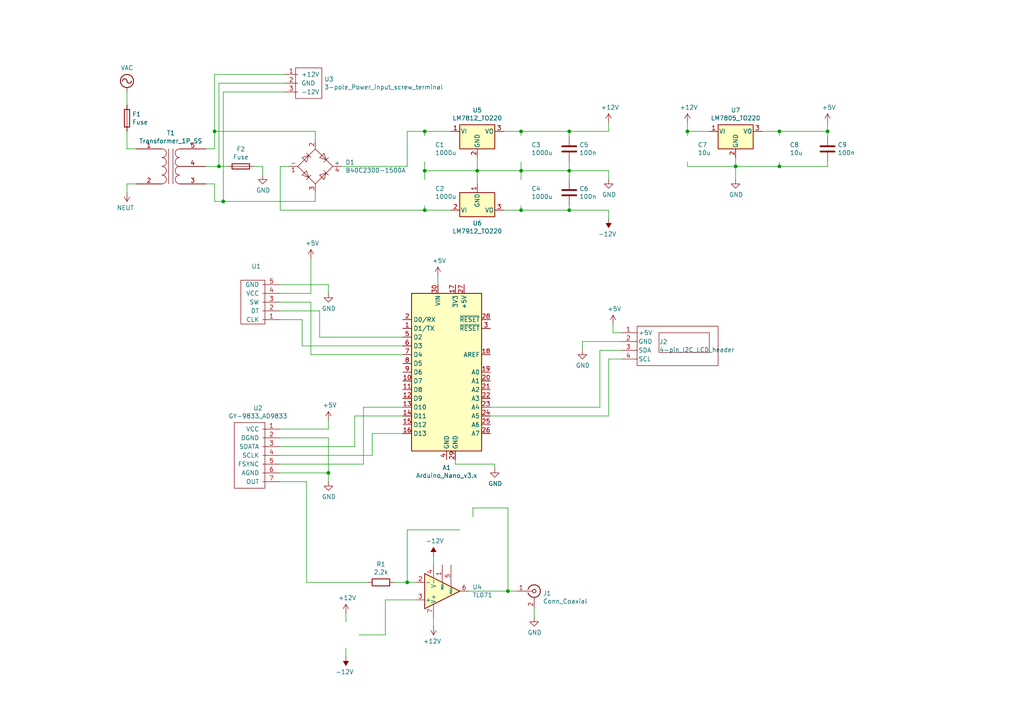
<source format=kicad_sch>
(kicad_sch (version 20211123) (generator eeschema)
  (paper "A4")
  (lib_symbols
    (symbol "Amplifier_Operational:TL071" (pin_names (offset 0.127))
      (property "Reference" "U" (at 0 6.35 0))
      (property "Value" "TL071" (at 0 3.81 0))
      (symbol "TL071_0_1"
        (polyline (pts (xy -5.08 5.08) (xy 5.08 0) (xy -5.08 -5.08) (xy -5.08 5.08)) (stroke (width 0.254)) (fill (type background)))
      )
      (symbol "TL071_1_1"
        (pin input line (at 0 -7.62 90) (length 5.08) (name "NULL") (number "1"))
        (pin input line (at -7.62 -2.54 0) (length 2.54) (name "-") (number "2"))
        (pin input line (at -7.62 2.54 0) (length 2.54) (name "+") (number "3"))
        (pin power_in line (at -2.54 -7.62 90) (length 3.81) (name "V-") (number "4"))
        (pin input line (at 2.54 -7.62 90) (length 6.35) (name "NULL") (number "5"))
        (pin output line (at 7.62 0 180) (length 2.54) (name "~") (number "6"))
        (pin power_in line (at -2.54 7.62 270) (length 3.81) (name "V+") (number "7"))
        (pin no_connect line (at 0 2.54 270) (length 2.54) hide (name "NC") (number "8"))
      )
    )
    (symbol "Connector:Conn_Coaxial" (pin_names (offset 1.016) hide)
      (property "Reference" "J" (at 0.254 3.048 0))
      (property "Value" "Conn_Coaxial" (at 2.921 0 90))
      (symbol "Conn_Coaxial_0_1"
        (arc (start -1.778 -0.508) (mid 0.2311 -1.8066) (end 1.778 0) (stroke (width 0.254)))
        (polyline (pts (xy -2.54 0) (xy -0.508 0)))
        (polyline (pts (xy 0 -2.54) (xy 0 -1.778)))
        (circle (center 0 0) (radius 0.508) (stroke (width 0.2032)))
        (arc (start 1.778 0) (mid 0.2099 1.8101) (end -1.778 0.508) (stroke (width 0.254)))
      )
      (symbol "Conn_Coaxial_1_1"
        (pin passive line (at -5.08 0 0) (length 2.54) (name "In") (number "1"))
        (pin passive line (at 0 -5.08 90) (length 2.54) (name "Ext") (number "2"))
      )
    )
    (symbol "Device:C" (pin_numbers hide) (pin_names (offset 0.254))
      (property "Reference" "C" (at 0.635 2.54 0))
      (property "Value" "C" (at 0.635 -2.54 0))
      (symbol "C_0_1"
        (polyline (pts (xy -2.032 -0.762) (xy 2.032 -0.762)) (stroke (width 0.508)))
        (polyline (pts (xy -2.032 0.762) (xy 2.032 0.762)) (stroke (width 0.508)))
      )
      (symbol "C_1_1"
        (pin passive line (at 0 3.81 270) (length 2.794) (name "~") (number "1"))
        (pin passive line (at 0 -3.81 90) (length 2.794) (name "~") (number "2"))
      )
    )
    (symbol "Device:Fuse" (pin_numbers hide) (pin_names (offset 0))
      (property "Reference" "F" (at 2.032 0 90))
      (property "Value" "Fuse" (at -1.905 0 90))
      (symbol "Fuse_0_1"
        (rectangle (start -0.762 -2.54) (end 0.762 2.54) (stroke (width 0.254)))
        (polyline (pts (xy 0 2.54) (xy 0 -2.54)))
      )
      (symbol "Fuse_1_1"
        (pin passive line (at 0 3.81 270) (length 1.27) (name "~") (number "1"))
        (pin passive line (at 0 -3.81 90) (length 1.27) (name "~") (number "2"))
      )
    )
    (symbol "Device:R" (pin_numbers hide) (pin_names (offset 0))
      (property "Reference" "R" (at 2.032 0 90))
      (property "Value" "R" (at 0 0 90))
      (symbol "R_0_1"
        (rectangle (start -1.016 -2.54) (end 1.016 2.54) (stroke (width 0.254)))
      )
      (symbol "R_1_1"
        (pin passive line (at 0 3.81 270) (length 1.27) (name "~") (number "1"))
        (pin passive line (at 0 -3.81 90) (length 1.27) (name "~") (number "2"))
      )
    )
    (symbol "Device:Transformer_1P_SS" (pin_names (offset 1.016) hide)
      (property "Reference" "T" (at 0 6.35 0))
      (property "Value" "Transformer_1P_SS" (at 0 -7.62 0))
      (symbol "Transformer_1P_SS_0_1"
        (arc (start -2.54 -5.0546) (mid -1.6599 -4.6901) (end -1.27 -3.81))
        (arc (start -2.54 -2.5146) (mid -1.6599 -2.1501) (end -1.27 -1.27))
        (arc (start -2.54 0.0254) (mid -1.6599 0.3899) (end -1.27 1.27))
        (arc (start -2.54 2.5654) (mid -1.6599 2.9299) (end -1.27 3.81))
        (arc (start -1.27 -3.81) (mid -1.642 -2.912) (end -2.54 -2.54))
        (arc (start -1.27 -1.27) (mid -1.642 -0.372) (end -2.54 0))
        (arc (start -1.27 1.27) (mid -1.642 2.168) (end -2.54 2.54))
        (arc (start -1.27 3.81) (mid -1.642 4.708) (end -2.54 5.08))
        (polyline (pts (xy -0.635 5.08) (xy -0.635 -5.08)))
        (polyline (pts (xy 0.635 -5.08) (xy 0.635 5.08)))
        (arc (start 1.2954 -1.27) (mid 1.6599 -2.1501) (end 2.54 -2.5146))
        (arc (start 1.2954 1.27) (mid 1.6599 0.3899) (end 2.54 0.0254))
        (arc (start 1.2954 3.81) (mid 1.6599 2.9299) (end 2.54 2.5654))
        (arc (start 1.3208 -3.81) (mid 1.6853 -4.6901) (end 2.5654 -5.0546))
        (arc (start 2.54 0) (mid 1.642 -0.372) (end 1.2954 -1.27))
        (arc (start 2.54 2.54) (mid 1.642 2.168) (end 1.2954 1.27))
        (arc (start 2.54 5.08) (mid 1.642 4.708) (end 1.2954 3.81))
        (arc (start 2.5654 -2.54) (mid 1.6674 -2.912) (end 1.3208 -3.81))
      )
      (symbol "Transformer_1P_SS_1_1"
        (pin passive line (at -10.16 5.08 0) (length 7.62) (name "AA") (number "1"))
        (pin passive line (at -10.16 -5.08 0) (length 7.62) (name "AB") (number "2"))
        (pin passive line (at 10.16 -5.08 180) (length 7.62) (name "SA") (number "3"))
        (pin passive line (at 10.16 0 180) (length 7.62) (name "SC") (number "4"))
        (pin passive line (at 10.16 5.08 180) (length 7.62) (name "SB") (number "5"))
      )
    )
    (symbol "Diode_Bridge:B40C2300-1500A" (pin_names (offset 0))
      (property "Reference" "D" (at 2.54 6.985 0))
      (property "Value" "B40C2300-1500A" (at 2.54 5.08 0))
      (symbol "B40C2300-1500A_0_1"
        (polyline (pts (xy -2.54 3.81) (xy -1.27 2.54)))
        (polyline (pts (xy -1.27 -2.54) (xy -2.54 -3.81)))
        (polyline (pts (xy 2.54 -1.27) (xy 3.81 -2.54)))
        (polyline (pts (xy 2.54 1.27) (xy 3.81 2.54)))
        (polyline (pts (xy -3.81 2.54) (xy -2.54 1.27) (xy -1.905 3.175) (xy -3.81 2.54)))
        (polyline (pts (xy -2.54 -1.27) (xy -3.81 -2.54) (xy -1.905 -3.175) (xy -2.54 -1.27)))
        (polyline (pts (xy 1.27 2.54) (xy 2.54 3.81) (xy 3.175 1.905) (xy 1.27 2.54)))
        (polyline (pts (xy 3.175 -1.905) (xy 1.27 -2.54) (xy 2.54 -3.81) (xy 3.175 -1.905)))
        (polyline (pts (xy -5.08 0) (xy 0 -5.08) (xy 5.08 0) (xy 0 5.08) (xy -5.08 0)))
      )
      (symbol "B40C2300-1500A_1_1"
        (pin passive line (at -7.62 0 0) (length 2.54) (name "-") (number "1"))
        (pin passive line (at 0 7.62 270) (length 2.54) (name "~") (number "2"))
        (pin passive line (at 0 -7.62 90) (length 2.54) (name "~") (number "3"))
        (pin passive line (at 7.62 0 180) (length 2.54) (name "+") (number "4"))
      )
    )
    (symbol "MCU_Module:Arduino_Nano_v3.x"
      (property "Reference" "A" (at -10.16 23.495 0))
      (property "Value" "Arduino_Nano_v3.x" (at 5.08 -24.13 0))
      (symbol "Arduino_Nano_v3.x_0_1"
        (rectangle (start -10.16 22.86) (end 10.16 -22.86) (stroke (width 0.254)) (fill (type background)))
      )
      (symbol "Arduino_Nano_v3.x_1_1"
        (pin bidirectional line (at -12.7 12.7 0) (length 2.54) (name "D1/TX") (number "1"))
        (pin bidirectional line (at -12.7 -2.54 0) (length 2.54) (name "D7") (number "10"))
        (pin bidirectional line (at -12.7 -5.08 0) (length 2.54) (name "D8") (number "11"))
        (pin bidirectional line (at -12.7 -7.62 0) (length 2.54) (name "D9") (number "12"))
        (pin bidirectional line (at -12.7 -10.16 0) (length 2.54) (name "D10") (number "13"))
        (pin bidirectional line (at -12.7 -12.7 0) (length 2.54) (name "D11") (number "14"))
        (pin bidirectional line (at -12.7 -15.24 0) (length 2.54) (name "D12") (number "15"))
        (pin bidirectional line (at -12.7 -17.78 0) (length 2.54) (name "D13") (number "16"))
        (pin power_out line (at 2.54 25.4 270) (length 2.54) (name "3V3") (number "17"))
        (pin input line (at 12.7 5.08 180) (length 2.54) (name "AREF") (number "18"))
        (pin bidirectional line (at 12.7 0 180) (length 2.54) (name "A0") (number "19"))
        (pin bidirectional line (at -12.7 15.24 0) (length 2.54) (name "D0/RX") (number "2"))
        (pin bidirectional line (at 12.7 -2.54 180) (length 2.54) (name "A1") (number "20"))
        (pin bidirectional line (at 12.7 -5.08 180) (length 2.54) (name "A2") (number "21"))
        (pin bidirectional line (at 12.7 -7.62 180) (length 2.54) (name "A3") (number "22"))
        (pin bidirectional line (at 12.7 -10.16 180) (length 2.54) (name "A4") (number "23"))
        (pin bidirectional line (at 12.7 -12.7 180) (length 2.54) (name "A5") (number "24"))
        (pin bidirectional line (at 12.7 -15.24 180) (length 2.54) (name "A6") (number "25"))
        (pin bidirectional line (at 12.7 -17.78 180) (length 2.54) (name "A7") (number "26"))
        (pin power_out line (at 5.08 25.4 270) (length 2.54) (name "+5V") (number "27"))
        (pin input line (at 12.7 15.24 180) (length 2.54) (name "~{RESET}") (number "28"))
        (pin power_in line (at 2.54 -25.4 90) (length 2.54) (name "GND") (number "29"))
        (pin input line (at 12.7 12.7 180) (length 2.54) (name "~{RESET}") (number "3"))
        (pin power_in line (at -2.54 25.4 270) (length 2.54) (name "VIN") (number "30"))
        (pin power_in line (at 0 -25.4 90) (length 2.54) (name "GND") (number "4"))
        (pin bidirectional line (at -12.7 10.16 0) (length 2.54) (name "D2") (number "5"))
        (pin bidirectional line (at -12.7 7.62 0) (length 2.54) (name "D3") (number "6"))
        (pin bidirectional line (at -12.7 5.08 0) (length 2.54) (name "D4") (number "7"))
        (pin bidirectional line (at -12.7 2.54 0) (length 2.54) (name "D5") (number "8"))
        (pin bidirectional line (at -12.7 0 0) (length 2.54) (name "D6") (number "9"))
      )
    )
    (symbol "My_Headers:4-pin_I2C_LCD_header" (pin_names (offset 1.016))
      (property "Reference" "J" (at 0 5.715 0))
      (property "Value" "4-pin_I2C_LCD_header" (at 0 -8.255 0))
      (symbol "4-pin_I2C_LCD_header_0_1"
        (polyline (pts (xy -0.635 4.445) (xy 22.86 4.445) (xy 22.86 -6.985) (xy -0.635 -6.985) (xy -0.635 4.445)) (stroke (width 0.1524)))
        (polyline (pts (xy 5.715 2.54) (xy 5.715 -3.175) (xy 20.32 -3.175) (xy 20.32 2.54) (xy 5.715 2.54)) (stroke (width 0.1524)))
      )
      (symbol "4-pin_I2C_LCD_header_1_1"
        (polyline (pts (xy -1.27 -5.08) (xy -0.508 -5.08)) (stroke (width 0.1524)))
        (polyline (pts (xy -1.27 -2.54) (xy -0.508 -2.54)) (stroke (width 0.1524)))
        (polyline (pts (xy -1.27 0) (xy -0.508 0)) (stroke (width 0.1524)))
        (polyline (pts (xy -1.27 2.54) (xy -0.508 2.54)) (stroke (width 0.1524)))
        (pin power_in line (at -5.08 2.54 0) (length 3.81) (name "+5V") (number "1"))
        (pin power_in line (at -5.08 0 0) (length 3.81) (name "GND") (number "2"))
        (pin passive line (at -5.08 -2.54 0) (length 3.81) (name "SDA") (number "3"))
        (pin passive line (at -5.08 -5.08 0) (length 3.81) (name "SCL") (number "4"))
      )
    )
    (symbol "My_Parts:3-pole_Power_input_screw_terminal" (pin_names (offset 1.016))
      (property "Reference" "U" (at 4.445 3.175 0))
      (property "Value" "3-pole_Power_input_screw_terminal" (at 6.35 -8.255 0))
      (symbol "3-pole_Power_input_screw_terminal_0_1"
        (rectangle (start 3.175 1.905) (end 10.795 -6.985))
      )
      (symbol "3-pole_Power_input_screw_terminal_1_1"
        (pin power_in line (at 0 0 0) (length 3.81) (name "+12V") (number "1"))
        (pin power_in line (at 0 -2.54 0) (length 3.81) (name "GND") (number "2"))
        (pin power_in line (at 0 -5.08 0) (length 3.81) (name "-12V") (number "3"))
      )
    )
    (symbol "My_Parts:GY-9833_AD9833" (pin_names (offset 1.016))
      (property "Reference" "U" (at 6.985 3.175 0))
      (property "Value" "GY-9833_AD9833" (at 9.525 -19.05 0))
      (symbol "GY-9833_AD9833_0_1"
        (rectangle (start 4.445 1.905) (end 13.335 -17.145))
      )
      (symbol "GY-9833_AD9833_1_1"
        (pin power_in line (at 0 0 0) (length 5.08) (name "VCC") (number "1"))
        (pin power_in line (at 0 -2.54 0) (length 5.08) (name "DGND") (number "2"))
        (pin output line (at 0 -5.08 0) (length 5.08) (name "SDATA") (number "3"))
        (pin output line (at 0 -7.62 0) (length 5.08) (name "SCLK") (number "4"))
        (pin output line (at 0 -10.16 0) (length 5.08) (name "FSYNC") (number "5"))
        (pin output line (at 0 -12.7 0) (length 5.08) (name "AGND") (number "6"))
        (pin output line (at 0 -15.24 0) (length 5.08) (name "OUT") (number "7"))
      )
    )
    (symbol "My_Parts:KY-040_Rotary_Encoder" (pin_names (offset 1.016))
      (property "Reference" "U" (at 0.635 2.54 0))
      (property "Value" "KY-040_Rotary_Encoder" (at 2.54 -13.335 0))
      (symbol "KY-040_Rotary_Encoder_0_1"
        (rectangle (start -0.635 -11.43) (end 6.35 1.27))
      )
      (symbol "KY-040_Rotary_Encoder_1_1"
        (pin output line (at -5.08 0 0) (length 5.08) (name "CLK") (number "1"))
        (pin output line (at -5.08 -2.54 0) (length 5.08) (name "DT") (number "2"))
        (pin output line (at -5.08 -5.08 0) (length 5.08) (name "SW") (number "3"))
        (pin power_in line (at -5.08 -7.62 0) (length 5.08) (name "VCC") (number "4"))
        (pin power_in line (at -5.08 -10.16 0) (length 5.08) (name "GND") (number "5"))
      )
    )
    (symbol "Regulator_Linear:LM7805_TO220" (pin_names (offset 0.254))
      (property "Reference" "U" (at -3.81 3.175 0))
      (property "Value" "LM7805_TO220" (at 0 3.175 0))
      (symbol "LM7805_TO220_0_1"
        (rectangle (start -5.08 1.905) (end 5.08 -5.08) (stroke (width 0.254)) (fill (type background)))
      )
      (symbol "LM7805_TO220_1_1"
        (pin power_in line (at -7.62 0 0) (length 2.54) (name "VI") (number "1"))
        (pin power_in line (at 0 -7.62 90) (length 2.54) (name "GND") (number "2"))
        (pin power_out line (at 7.62 0 180) (length 2.54) (name "VO") (number "3"))
      )
    )
    (symbol "Regulator_Linear:LM7812_TO220" (pin_names (offset 0.254))
      (property "Reference" "U" (at -3.81 3.175 0))
      (property "Value" "LM7812_TO220" (at 0 3.175 0))
      (symbol "LM7812_TO220_0_1"
        (rectangle (start -5.08 1.905) (end 5.08 -5.08) (stroke (width 0.254)) (fill (type background)))
      )
      (symbol "LM7812_TO220_1_1"
        (pin power_in line (at -7.62 0 0) (length 2.54) (name "VI") (number "1"))
        (pin power_in line (at 0 -7.62 90) (length 2.54) (name "GND") (number "2"))
        (pin power_out line (at 7.62 0 180) (length 2.54) (name "VO") (number "3"))
      )
    )
    (symbol "Regulator_Linear:LM7912_TO220" (pin_names (offset 0.254))
      (property "Reference" "U" (at -3.81 -3.175 0))
      (property "Value" "LM7912_TO220" (at 0 -3.175 0))
      (symbol "LM7912_TO220_0_1"
        (rectangle (start -5.08 5.08) (end 5.08 -1.905) (stroke (width 0.254)) (fill (type background)))
      )
      (symbol "LM7912_TO220_1_1"
        (pin power_in line (at 0 7.62 270) (length 2.54) (name "GND") (number "1"))
        (pin power_in line (at -7.62 0 0) (length 2.54) (name "VI") (number "2"))
        (pin power_out line (at 7.62 0 180) (length 2.54) (name "VO") (number "3"))
      )
    )
    (symbol "power:+12V" (power) (pin_names (offset 0))
      (property "Value" "+12V" (at 0 3.556 0))
      (symbol "+12V_0_1"
        (polyline (pts (xy -0.762 1.27) (xy 0 2.54)))
        (polyline (pts (xy 0 0) (xy 0 2.54)))
        (polyline (pts (xy 0 2.54) (xy 0.762 1.27)))
      )
      (symbol "+12V_1_1"
        (pin power_in line (at 0 0 90) (length 0) hide (name "+12V") (number "1"))
      )
    )
    (symbol "power:+5V" (power) (pin_names (offset 0))
      (property "Value" "+5V" (at 0 3.556 0))
      (symbol "+5V_0_1"
        (polyline (pts (xy -0.762 1.27) (xy 0 2.54)))
        (polyline (pts (xy 0 0) (xy 0 2.54)))
        (polyline (pts (xy 0 2.54) (xy 0.762 1.27)))
      )
      (symbol "+5V_1_1"
        (pin power_in line (at 0 0 90) (length 0) hide (name "+5V") (number "1"))
      )
    )
    (symbol "power:-12V" (power) (pin_names (offset 0))
      (property "Value" "-12V" (at 0 3.81 0))
      (symbol "-12V_0_0"
        (pin power_in line (at 0 0 90) (length 0) hide (name "-12V") (number "1"))
      )
      (symbol "-12V_0_1"
        (polyline (pts (xy 0 0) (xy 0 1.27) (xy 0.762 1.27) (xy 0 2.54) (xy -0.762 1.27) (xy 0 1.27)) (fill (type outline)))
      )
    )
    (symbol "power:GND" (power) (pin_names (offset 0))
      (property "Value" "GND" (at 0 -3.81 0))
      (symbol "GND_0_1"
        (polyline (pts (xy 0 0) (xy 0 -1.27) (xy 1.27 -1.27) (xy 0 -2.54) (xy -1.27 -1.27) (xy 0 -1.27)))
      )
      (symbol "GND_1_1"
        (pin power_in line (at 0 0 270) (length 0) hide (name "GND") (number "1"))
      )
    )
    (symbol "power:NEUT" (power) (pin_names (offset 0))
      (property "Value" "NEUT" (at 0 3.81 0))
      (symbol "NEUT_0_1"
        (polyline (pts (xy -0.762 1.27) (xy 0 2.54)))
        (polyline (pts (xy 0 0) (xy 0 2.54)))
        (polyline (pts (xy 0 2.54) (xy 0.762 1.27)))
      )
      (symbol "NEUT_1_1"
        (pin power_in line (at 0 0 90) (length 0) hide (name "NEUT") (number "1"))
      )
    )
    (symbol "power:VAC" (power) (pin_names (offset 0))
      (property "Value" "VAC" (at 0 6.35 0))
      (symbol "VAC_0_1"
        (polyline (pts (xy 0 0) (xy 0 1.27)))
        (arc (start 0 3.175) (mid -0.635 3.81) (end -1.27 3.175) (stroke (width 0.254)))
        (arc (start 0 3.175) (mid 0.635 2.54) (end 1.27 3.175) (stroke (width 0.254)))
        (circle (center 0 3.175) (radius 1.905) (stroke (width 0.254)))
      )
      (symbol "VAC_1_1"
        (pin power_in line (at 0 0 90) (length 0) hide (name "VAC") (number "1"))
      )
    )
  )
  (junction (at 95.25 137.16))
  (junction (at 199.39 38.1))
  (junction (at 226.06 38.1))
  (junction (at 151.13 49.53))
  (junction (at 138.43 49.53))
  (junction (at 151.13 60.96))
  (junction (at 147.32 171.45))
  (junction (at 226.06 48.26))
  (junction (at 123.19 60.96))
  (junction (at 151.13 38.1))
  (junction (at 118.11 168.91))
  (junction (at 240.03 38.1))
  (junction (at 64.77 58.42))
  (junction (at 123.19 49.53))
  (junction (at 165.1 60.96))
  (junction (at 165.1 49.53))
  (junction (at 63.5 48.26))
  (junction (at 123.19 38.1))
  (junction (at 165.1 38.1))
  (junction (at 62.23 38.1))
  (junction (at 213.36 48.26))
  (wire (pts (xy 151.13 38.1) (xy 165.1 38.1)))
  (wire (pts (xy 213.36 48.26) (xy 213.36 45.72)))
  (wire (pts (xy 143.51 134.62) (xy 143.51 135.89)))
  (wire (pts (xy 90.17 102.87) (xy 116.84 102.87)))
  (wire (pts (xy 102.87 120.65) (xy 116.84 120.65)))
  (wire (pts (xy 62.23 38.1) (xy 62.23 21.59)))
  (wire (pts (xy 199.39 46.99) (xy 199.39 48.26)))
  (wire (pts (xy 81.28 85.09) (xy 90.17 85.09)))
  (wire (pts (xy 91.44 58.42) (xy 91.44 55.88)))
  (wire (pts (xy 81.28 127) (xy 95.25 127)))
  (wire (pts (xy 180.34 96.52) (xy 177.8 96.52)))
  (wire (pts (xy 226.06 38.1) (xy 240.03 38.1)))
  (wire (pts (xy 220.98 38.1) (xy 226.06 38.1)))
  (wire (pts (xy 165.1 49.53) (xy 165.1 52.07)))
  (wire (pts (xy 87.63 100.33) (xy 116.84 100.33)))
  (wire (pts (xy 81.28 129.54) (xy 102.87 129.54)))
  (wire (pts (xy 88.9 139.7) (xy 88.9 168.91)))
  (wire (pts (xy 240.03 38.1) (xy 240.03 39.37)))
  (wire (pts (xy 165.1 49.53) (xy 165.1 46.99)))
  (wire (pts (xy 137.16 149.86) (xy 137.16 147.32)))
  (wire (pts (xy 123.19 60.96) (xy 130.81 60.96)))
  (wire (pts (xy 62.23 38.1) (xy 91.44 38.1)))
  (wire (pts (xy 132.08 133.35) (xy 132.08 134.62)))
  (wire (pts (xy 176.53 120.65) (xy 142.24 120.65)))
  (wire (pts (xy 95.25 127) (xy 95.25 137.16)))
  (wire (pts (xy 81.28 87.63) (xy 90.17 87.63)))
  (wire (pts (xy 107.95 125.73) (xy 116.84 125.73)))
  (wire (pts (xy 62.23 21.59) (xy 82.55 21.59)))
  (wire (pts (xy 213.36 48.26) (xy 213.36 52.07)))
  (wire (pts (xy 81.28 132.08) (xy 107.95 132.08)))
  (wire (pts (xy 63.5 48.26) (xy 63.5 24.13)))
  (wire (pts (xy 165.1 38.1) (xy 176.53 38.1)))
  (wire (pts (xy 154.94 176.53) (xy 154.94 179.07)))
  (wire (pts (xy 62.23 58.42) (xy 64.77 58.42)))
  (wire (pts (xy 118.11 153.67) (xy 133.35 153.67)))
  (wire (pts (xy 92.71 97.79) (xy 116.84 97.79)))
  (wire (pts (xy 199.39 48.26) (xy 213.36 48.26)))
  (wire (pts (xy 123.19 52.07) (xy 123.19 49.53)))
  (wire (pts (xy 64.77 26.67) (xy 82.55 26.67)))
  (wire (pts (xy 180.34 104.14) (xy 176.53 104.14)))
  (wire (pts (xy 62.23 43.18) (xy 62.23 38.1)))
  (wire (pts (xy 63.5 48.26) (xy 66.04 48.26)))
  (wire (pts (xy 165.1 49.53) (xy 176.53 49.53)))
  (wire (pts (xy 151.13 38.1) (xy 151.13 39.37)))
  (wire (pts (xy 100.33 180.34) (xy 100.33 177.8)))
  (wire (pts (xy 123.19 49.53) (xy 138.43 49.53)))
  (wire (pts (xy 142.24 118.11) (xy 173.99 118.11)))
  (wire (pts (xy 151.13 60.96) (xy 165.1 60.96)))
  (wire (pts (xy 123.19 38.1) (xy 130.81 38.1)))
  (wire (pts (xy 95.25 82.55) (xy 95.25 85.09)))
  (wire (pts (xy 81.28 124.46) (xy 95.25 124.46)))
  (wire (pts (xy 176.53 60.96) (xy 176.53 63.5)))
  (wire (pts (xy 87.63 92.71) (xy 87.63 100.33)))
  (wire (pts (xy 146.05 60.96) (xy 151.13 60.96)))
  (wire (pts (xy 111.76 173.99) (xy 120.65 173.99)))
  (wire (pts (xy 146.05 38.1) (xy 151.13 38.1)))
  (wire (pts (xy 138.43 53.34) (xy 138.43 49.53)))
  (wire (pts (xy 91.44 38.1) (xy 91.44 40.64)))
  (wire (pts (xy 240.03 48.26) (xy 240.03 46.99)))
  (wire (pts (xy 81.28 92.71) (xy 87.63 92.71)))
  (wire (pts (xy 151.13 49.53) (xy 165.1 49.53)))
  (wire (pts (xy 199.39 38.1) (xy 199.39 39.37)))
  (wire (pts (xy 118.11 168.91) (xy 118.11 153.67)))
  (wire (pts (xy 81.28 48.26) (xy 81.28 60.96)))
  (wire (pts (xy 92.71 90.17) (xy 92.71 97.79)))
  (wire (pts (xy 81.28 90.17) (xy 92.71 90.17)))
  (wire (pts (xy 99.06 48.26) (xy 118.11 48.26)))
  (wire (pts (xy 180.34 99.06) (xy 168.91 99.06)))
  (wire (pts (xy 151.13 49.53) (xy 151.13 46.99)))
  (wire (pts (xy 102.87 129.54) (xy 102.87 120.65)))
  (wire (pts (xy 151.13 60.96) (xy 151.13 59.69)))
  (wire (pts (xy 138.43 49.53) (xy 138.43 45.72)))
  (wire (pts (xy 81.28 134.62) (xy 105.41 134.62)))
  (wire (pts (xy 213.36 48.26) (xy 226.06 48.26)))
  (wire (pts (xy 199.39 35.56) (xy 199.39 38.1)))
  (wire (pts (xy 88.9 168.91) (xy 106.68 168.91)))
  (wire (pts (xy 123.19 39.37) (xy 123.19 38.1)))
  (wire (pts (xy 125.73 181.61) (xy 125.73 179.07)))
  (wire (pts (xy 176.53 49.53) (xy 176.53 52.07)))
  (wire (pts (xy 151.13 49.53) (xy 151.13 52.07)))
  (wire (pts (xy 165.1 60.96) (xy 165.1 59.69)))
  (wire (pts (xy 173.99 118.11) (xy 173.99 101.6)))
  (wire (pts (xy 135.89 171.45) (xy 147.32 171.45)))
  (wire (pts (xy 226.06 38.1) (xy 226.06 39.37)))
  (wire (pts (xy 205.74 38.1) (xy 199.39 38.1)))
  (wire (pts (xy 176.53 104.14) (xy 176.53 120.65)))
  (wire (pts (xy 73.66 48.26) (xy 76.2 48.26)))
  (wire (pts (xy 104.14 184.15) (xy 111.76 184.15)))
  (wire (pts (xy 81.28 82.55) (xy 95.25 82.55)))
  (wire (pts (xy 226.06 48.26) (xy 226.06 46.99)))
  (wire (pts (xy 39.37 53.34) (xy 36.83 53.34)))
  (wire (pts (xy 123.19 59.69) (xy 123.19 60.96)))
  (wire (pts (xy 62.23 53.34) (xy 62.23 58.42)))
  (wire (pts (xy 100.33 190.5) (xy 100.33 187.96)))
  (wire (pts (xy 36.83 30.48) (xy 36.83 26.67)))
  (wire (pts (xy 105.41 118.11) (xy 116.84 118.11)))
  (wire (pts (xy 90.17 87.63) (xy 90.17 102.87)))
  (wire (pts (xy 176.53 38.1) (xy 176.53 35.56)))
  (wire (pts (xy 64.77 58.42) (xy 64.77 26.67)))
  (wire (pts (xy 118.11 48.26) (xy 118.11 38.1)))
  (wire (pts (xy 81.28 60.96) (xy 123.19 60.96)))
  (wire (pts (xy 168.91 99.06) (xy 168.91 101.6)))
  (wire (pts (xy 63.5 24.13) (xy 82.55 24.13)))
  (wire (pts (xy 59.69 43.18) (xy 62.23 43.18)))
  (wire (pts (xy 240.03 35.56) (xy 240.03 38.1)))
  (wire (pts (xy 81.28 139.7) (xy 88.9 139.7)))
  (wire (pts (xy 123.19 49.53) (xy 123.19 46.99)))
  (wire (pts (xy 90.17 85.09) (xy 90.17 74.93)))
  (wire (pts (xy 83.82 48.26) (xy 81.28 48.26)))
  (wire (pts (xy 226.06 48.26) (xy 240.03 48.26)))
  (wire (pts (xy 125.73 163.83) (xy 125.73 161.29)))
  (wire (pts (xy 165.1 60.96) (xy 176.53 60.96)))
  (wire (pts (xy 120.65 168.91) (xy 118.11 168.91)))
  (wire (pts (xy 127 82.55) (xy 127 80.01)))
  (wire (pts (xy 81.28 137.16) (xy 95.25 137.16)))
  (wire (pts (xy 118.11 38.1) (xy 123.19 38.1)))
  (wire (pts (xy 39.37 43.18) (xy 36.83 43.18)))
  (wire (pts (xy 64.77 58.42) (xy 91.44 58.42)))
  (wire (pts (xy 36.83 43.18) (xy 36.83 38.1)))
  (wire (pts (xy 165.1 38.1) (xy 165.1 39.37)))
  (wire (pts (xy 76.2 48.26) (xy 76.2 50.8)))
  (wire (pts (xy 105.41 134.62) (xy 105.41 118.11)))
  (wire (pts (xy 95.25 137.16) (xy 95.25 139.7)))
  (wire (pts (xy 95.25 124.46) (xy 95.25 121.92)))
  (wire (pts (xy 173.99 101.6) (xy 180.34 101.6)))
  (wire (pts (xy 138.43 49.53) (xy 151.13 49.53)))
  (wire (pts (xy 147.32 171.45) (xy 149.86 171.45)))
  (wire (pts (xy 118.11 168.91) (xy 114.3 168.91)))
  (wire (pts (xy 132.08 134.62) (xy 143.51 134.62)))
  (wire (pts (xy 147.32 147.32) (xy 147.32 171.45)))
  (wire (pts (xy 59.69 48.26) (xy 63.5 48.26)))
  (wire (pts (xy 111.76 184.15) (xy 111.76 173.99)))
  (wire (pts (xy 177.8 96.52) (xy 177.8 93.98)))
  (wire (pts (xy 36.83 53.34) (xy 36.83 55.88)))
  (wire (pts (xy 59.69 53.34) (xy 62.23 53.34)))
  (wire (pts (xy 137.16 147.32) (xy 147.32 147.32)))
  (wire (pts (xy 107.95 132.08) (xy 107.95 125.73)))
  (symbol (lib_id "Device:Transformer_1P_SS") (at 49.53 48.26 0) (unit 1)
    (property "Reference" "T1" (at 49.53 38.5826 0))
    (property "Value" "Transformer_1P_SS" (at 49.53 40.894 0))
  )
  (symbol (lib_id "Diode_Bridge:B40C2300-1500A") (at 91.44 48.26 0) (unit 1)
    (property "Reference" "D1" (at 100.1776 47.0916 0) (effects (justify left)))
    (property "Value" "B40C2300-1500A" (at 100.1776 49.403 0) (effects (justify left)))
    (property "Footprint" "My_Misc:GBU-806" (effects hide))
    (property "Datasheet" "https://diotec.com/tl_files/diotec/files/pdf/datasheets/b40c2300.pdf" (effects hide))
  )
  (symbol (lib_id "Device:Fuse") (at 69.85 48.26 270) (unit 1)
    (property "Reference" "F2" (at 69.85 43.2562 90))
    (property "Value" "Fuse" (at 69.85 45.5676 90))
    (property "Footprint" "My_Headers:2-pin_Fuse_header_large" (effects hide))
  )
  (symbol (lib_id "Device:Fuse") (at 36.83 34.29 0) (unit 1)
    (property "Reference" "F1" (at 38.354 33.1216 0) (effects (justify left)))
    (property "Value" "Fuse" (at 38.354 35.433 0) (effects (justify left)))
  )
  (symbol (lib_id "Regulator_Linear:LM7812_TO220") (at 138.43 38.1 0) (unit 1)
    (property "Reference" "U5" (at 138.43 31.9532 0))
    (property "Value" "LM7812_TO220" (at 138.43 34.2646 0))
    (property "Footprint" "My_Parts:LM7812_TO-220-3_Vertical_larger" (effects hide))
    (property "Datasheet" "http://www.fairchildsemi.com/ds/LM/LM7805.pdf" (effects hide))
  )
  (symbol (lib_id "Regulator_Linear:LM7912_TO220") (at 138.43 60.96 0) (unit 1)
    (property "Reference" "U6" (at 138.43 64.7446 0))
    (property "Value" "LM7912_TO220" (at 138.43 67.056 0))
    (property "Footprint" "My_Parts:LM7912_TO-220-3_Vertical_larger" (effects hide))
    (property "Datasheet" "http://www.fairchildsemi.com/ds/LM/LM7905.pdf" (effects hide))
  )
  (symbol (lib_id "Device:CP") (at 123.19 43.18 0) (unit 1)
    (property "Reference" "C1" (at 126.1872 42.0116 0) (effects (justify left)))
    (property "Value" "1000u" (at 126.1872 44.323 0) (effects (justify left)))
    (property "Footprint" "My_Misc:CP_Radial_D10.0mm_P5.00mm_larger" (effects hide))
  )
  (symbol (lib_id "Device:CP") (at 123.19 55.88 0) (unit 1)
    (property "Reference" "C2" (at 126.1872 54.7116 0) (effects (justify left)))
    (property "Value" "1000u" (at 126.1872 57.023 0) (effects (justify left)))
    (property "Footprint" "My_Misc:CP_Radial_D10.0mm_P5.00mm_larger" (effects hide))
  )
  (symbol (lib_id "Device:CP") (at 151.13 43.18 0) (unit 1)
    (property "Reference" "C3" (at 154.1272 42.0116 0) (effects (justify left)))
    (property "Value" "1000u" (at 154.1272 44.323 0) (effects (justify left)))
    (property "Footprint" "My_Misc:CP_Radial_D10.0mm_P5.00mm_larger" (effects hide))
  )
  (symbol (lib_id "Device:CP") (at 151.13 55.88 0) (unit 1)
    (property "Reference" "C4" (at 154.1272 54.7116 0) (effects (justify left)))
    (property "Value" "1000u" (at 154.1272 57.023 0) (effects (justify left)))
    (property "Footprint" "My_Misc:CP_Radial_D10.0mm_P5.00mm_larger" (effects hide))
  )
  (symbol (lib_id "Device:C") (at 165.1 43.18 0) (unit 1)
    (property "Reference" "C5" (at 168.021 42.0116 0) (effects (justify left)))
    (property "Value" "100n" (at 168.021 44.323 0) (effects (justify left)))
    (property "Footprint" "My_Misc:C_Rect_L7.0mm_W3.5mm_P5.00mm_larger" (effects hide))
  )
  (symbol (lib_id "Device:C") (at 165.1 55.88 0) (unit 1)
    (property "Reference" "C6" (at 168.021 54.7116 0) (effects (justify left)))
    (property "Value" "100n" (at 168.021 57.023 0) (effects (justify left)))
    (property "Footprint" "My_Misc:C_Rect_L7.0mm_W3.5mm_P5.00mm_larger" (effects hide))
  )
  (symbol (lib_id "Regulator_Linear:LM7805_TO220") (at 213.36 38.1 0) (unit 1)
    (property "Reference" "U7" (at 213.36 31.9532 0))
    (property "Value" "LM7805_TO220" (at 213.36 34.2646 0))
    (property "Footprint" "My_Parts:LM7805_TO-220-3_Vertical_larger" (effects hide))
    (property "Datasheet" "http://www.fairchildsemi.com/ds/LM/LM7805.pdf" (effects hide))
  )
  (symbol (lib_id "Device:CP") (at 199.39 43.18 0) (unit 1)
    (property "Reference" "C7" (at 202.3872 42.0116 0) (effects (justify left)))
    (property "Value" "10u" (at 202.3872 44.323 0) (effects (justify left)))
    (property "Footprint" "My_Misc:CP_Radial_D5.0mm_P2.00mm_larger" (effects hide))
  )
  (symbol (lib_id "Device:CP") (at 226.06 43.18 0) (unit 1)
    (property "Reference" "C8" (at 229.0572 42.0116 0) (effects (justify left)))
    (property "Value" "10u" (at 229.0572 44.323 0) (effects (justify left)))
    (property "Footprint" "My_Misc:CP_Radial_D5.0mm_P2.00mm_larger" (effects hide))
  )
  (symbol (lib_id "Device:C") (at 240.03 43.18 0) (unit 1)
    (property "Reference" "C9" (at 242.951 42.0116 0) (effects (justify left)))
    (property "Value" "100n" (at 242.951 44.323 0) (effects (justify left)))
    (property "Footprint" "My_Misc:C_Rect_L7.0mm_W3.5mm_P5.00mm_larger" (effects hide))
  )
  (symbol (lib_id "My_Headers:4-pin_I2C_LCD_header") (at 185.42 99.06 0) (unit 1)
    (property "Reference" "J2" (at 191.2112 99.1616 0) (effects (justify left)))
    (property "Value" "4-pin_I2C_LCD_header" (at 191.2112 101.473 0) (effects (justify left)))
    (property "Footprint" "My_Headers:4-pin_I2C_LCD_header_larger" (effects hide))
  )
  (symbol (lib_id "power:+12V") (at 176.53 35.56 0) (unit 1)
    (property "Reference" "#PWR016" (effects hide))
    (property "Value" "+12V" (at 176.911 31.1658 0))
  )
  (symbol (lib_id "power:-12V") (at 176.53 63.5 180) (unit 1)
    (property "Reference" "#PWR018" (effects hide))
    (property "Value" "-12V" (at 176.149 67.8942 0))
  )
  (symbol (lib_id "Device:R") (at 110.49 168.91 270) (unit 1)
    (property "Reference" "R1" (at 110.49 163.6522 90))
    (property "Value" "2.2k" (at 110.49 165.9636 90))
    (property "Footprint" "My_Misc:R_Axial_DIN0207_L6.3mm_D2.5mm_P10.16mm_Horizontal_larger_pads" (effects hide))
  )
  (symbol (lib_id "Device:R_POT") (at 137.16 153.67 90) (unit 1)
    (property "Reference" "RV2" (at 137.16 156.591 90))
    (property "Value" "50k" (at 137.16 158.9024 90))
    (property "Footprint" "My_Headers:3-pin_potentiometer_header_larger_pads" (effects hide))
  )
  (symbol (lib_id "power:+12V") (at 199.39 35.56 0) (unit 1)
    (property "Reference" "#PWR020" (effects hide))
    (property "Value" "+12V" (at 199.771 31.1658 0))
  )
  (symbol (lib_id "power:+5V") (at 240.03 35.56 0) (unit 1)
    (property "Reference" "#PWR022" (effects hide))
    (property "Value" "+5V" (at 240.411 31.1658 0))
  )
  (symbol (lib_id "Device:R_POT") (at 100.33 184.15 0) (unit 1)
    (property "Reference" "RV1" (at 98.552 182.9816 0) (effects (justify right)))
    (property "Value" "10k" (at 98.552 185.293 0) (effects (justify right)))
    (property "Footprint" "My_Headers:3-pin_potentiometer_header_larger_pads" (effects hide))
  )
  (symbol (lib_id "Connector:Conn_Coaxial") (at 154.94 171.45 0) (unit 1)
    (property "Reference" "J1" (at 157.48 172.085 0) (effects (justify left)))
    (property "Value" "Conn_Coaxial" (at 157.48 174.3964 0) (effects (justify left)))
    (property "Footprint" "My_Headers:2-pin_Output_header_large" (effects hide))
    (property "Datasheet" " ~" (effects hide))
  )
  (symbol (lib_id "power:GND") (at 154.94 179.07 0) (unit 1)
    (property "Reference" "#PWR014" (effects hide))
    (property "Value" "GND" (at 155.067 183.4642 0))
  )
  (symbol (lib_id "power:VAC") (at 36.83 26.67 0) (unit 1)
    (property "Reference" "#PWR01" (effects hide))
    (property "Value" "VAC" (at 36.83 19.685 0))
  )
  (symbol (lib_id "power:+12V") (at 125.73 181.61 180) (unit 1)
    (property "Reference" "#PWR011" (effects hide))
    (property "Value" "+12V" (at 125.349 186.0042 0))
  )
  (symbol (lib_id "power:-12V") (at 125.73 161.29 0) (unit 1)
    (property "Reference" "#PWR010" (effects hide))
    (property "Value" "-12V" (at 126.111 156.8958 0))
  )
  (symbol (lib_id "power:NEUT") (at 36.83 55.88 180) (unit 1)
    (property "Reference" "#PWR02" (effects hide))
    (property "Value" "NEUT" (at 36.3728 60.2742 0))
  )
  (symbol (lib_id "power:+12V") (at 100.33 177.8 0) (unit 1)
    (property "Reference" "#PWR08" (effects hide))
    (property "Value" "+12V" (at 100.711 173.4058 0))
  )
  (symbol (lib_id "power:-12V") (at 100.33 190.5 180) (unit 1)
    (property "Reference" "#PWR09" (effects hide))
    (property "Value" "-12V" (at 99.949 194.8942 0))
  )
  (symbol (lib_id "power:GND") (at 76.2 50.8 0) (unit 1)
    (property "Reference" "#PWR03" (effects hide))
    (property "Value" "GND" (at 76.327 55.1942 0))
  )
  (symbol (lib_id "power:GND") (at 176.53 52.07 0) (unit 1)
    (property "Reference" "#PWR017" (effects hide))
    (property "Value" "GND" (at 176.657 56.4642 0))
  )
  (symbol (lib_id "power:GND") (at 213.36 52.07 0) (unit 1)
    (property "Reference" "#PWR021" (effects hide))
    (property "Value" "GND" (at 213.487 56.4642 0))
  )
  (symbol (lib_id "power:+5V") (at 127 80.01 0) (unit 1)
    (property "Reference" "#PWR012" (effects hide))
    (property "Value" "+5V" (at 127.381 75.6158 0))
  )
  (symbol (lib_id "power:+5V") (at 90.17 74.93 0) (unit 1)
    (property "Reference" "#PWR04" (effects hide))
    (property "Value" "+5V" (at 90.551 70.5358 0))
  )
  (symbol (lib_id "power:GND") (at 95.25 85.09 0) (unit 1)
    (property "Reference" "#PWR05" (effects hide))
    (property "Value" "GND" (at 95.377 89.4842 0))
  )
  (symbol (lib_id "My_Parts:KY-040_Rotary_Encoder") (at 76.2 92.71 180) (unit 1)
    (property "Reference" "U1" (at 74.295 77.2414 0))
    (property "Value" "KY-040_Rotary_Encoder" (effects hide))
    (property "Footprint" "My_Parts:3-pin_KY-040_Rotary_Encoder_header_large" (effects hide))
  )
  (symbol (lib_id "power:GND") (at 143.51 135.89 0) (unit 1)
    (property "Reference" "#PWR013" (effects hide))
    (property "Value" "GND" (at 143.637 140.2842 0))
  )
  (symbol (lib_id "Amplifier_Operational:TL071") (at 128.27 171.45 0) (mirror x) (unit 1)
    (property "Reference" "U4" (at 137.0076 170.2816 0) (effects (justify left)))
    (property "Value" "TL071" (at 137.0076 172.593 0) (effects (justify left)))
    (property "Footprint" "My_Misc:DIP-8_W7.62mm_large" (effects hide))
    (property "Datasheet" "http://www.ti.com/lit/ds/symlink/tl071.pdf" (effects hide))
  )
  (symbol (lib_id "power:GND") (at 95.25 139.7 0) (unit 1)
    (property "Reference" "#PWR07" (effects hide))
    (property "Value" "GND" (at 95.377 144.0942 0))
  )
  (symbol (lib_id "power:+5V") (at 95.25 121.92 0) (unit 1)
    (property "Reference" "#PWR06" (effects hide))
    (property "Value" "+5V" (at 95.631 117.5258 0))
  )
  (symbol (lib_id "power:+5V") (at 177.8 93.98 0) (unit 1)
    (property "Reference" "#PWR019" (effects hide))
    (property "Value" "+5V" (at 178.181 89.5858 0))
  )
  (symbol (lib_id "power:GND") (at 168.91 101.6 0) (unit 1)
    (property "Reference" "#PWR015" (effects hide))
    (property "Value" "GND" (at 169.037 105.9942 0))
  )
  (symbol (lib_id "My_Parts:GY-9833_AD9833") (at 81.28 124.46 0) (mirror y) (unit 1)
    (property "Reference" "U2" (at 74.803 118.364 0))
    (property "Value" "GY-9833_AD9833" (at 74.803 120.6754 0))
    (property "Footprint" "My_Parts:GY-9833_AD9833_larger" (effects hide))
  )
  (symbol (lib_id "MCU_Module:Arduino_Nano_v3.x") (at 129.54 107.95 0) (unit 1)
    (property "Reference" "A1" (at 129.54 135.6106 0))
    (property "Value" "Arduino_Nano_v3.x" (at 129.54 137.922 0))
    (property "Footprint" "My_Arduino:Arduino_Nano_WithMountingHoles_larger" (effects hide))
    (property "Datasheet" "http://www.mouser.com/pdfdocs/Gravitech_Arduino_Nano3_0.pdf" (effects hide))
  )
  (symbol (lib_id "My_Parts:3-pole_Power_input_screw_terminal") (at 82.55 21.59 0) (unit 1)
    (property "Reference" "U3" (at 94.0308 22.9616 0) (effects (justify left)))
    (property "Value" "3-pole_Power_input_screw_terminal" (at 94.0308 25.273 0) (effects (justify left)))
    (property "Footprint" "My_Parts:3-pole_screw_terminal_+12V,-12V_input" (effects hide))
  )
)
</source>
